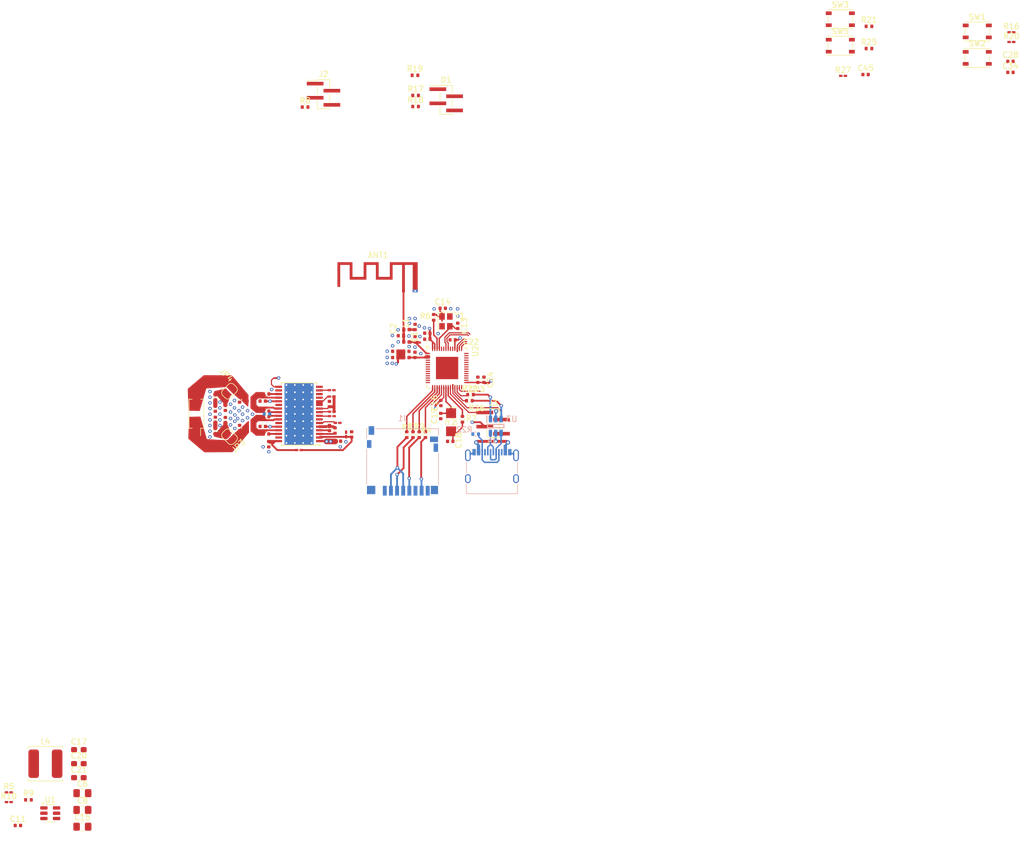
<source format=kicad_pcb>
(kicad_pcb (version 20240108) (generator "pcbnew") (generator_version "8.0")
  (layers (0 "F.Cu" signal) (1 "In1.Cu" signal) (2 "In2.Cu" signal) (31 "B.Cu" signal) (34 "B.Paste" user) (35 "F.Paste" user) (36 "B.SilkS" user "B.Silkscreen") (37 "F.SilkS" user "F.Silkscreen") (38 "B.Mask" user) (39 "F.Mask" user) (44 "Edge.Cuts" user))
  (net 0 "")
  (net 1 "GPIO_45_46")
  (net 2 "Net-(ANT1-Pad1)")
  (net 3 "Net-(C1-Pad2)")
  (net 4 "3V3")
  (net 5 "Net-(U2-LNA_IN)")
  (net 6 "12")
  (net 7 "PWR_GND")
  (net 8 "Net-(C9-Pad2)")
  (net 9 "GND")
  (net 10 "Net-(U2-XTAL_N)")
  (net 11 "Net-(C14-Pad1)")
  (net 12 "Net-(U1-SW)")
  (net 13 "Net-(U1-VBST)")
  (net 14 "VBAT")
  (net 15 "Net-(C18-Pad1)")
  (net 16 "Net-(U2-XTAL_32K_P)")
  (net 17 "Net-(IC1-ANA_REG)")
  (net 18 "Net-(IC1-ANA_REF)")
  (net 19 "Net-(IC1-VCOM)")
  (net 20 "BT_L")
  (net 21 "Net-(IC1-SPK_OUTB+)")
  (net 22 "Net-(IC1-BSTRPB-)")
  (net 23 "Net-(IC1-GVDD_REG)")
  (net 24 "Net-(IC1-SPK_OUTA+)")
  (net 25 "Net-(IC1-BSTRPA+)")
  (net 26 "Net-(IC1-BSTRPB+)")
  (net 27 "Net-(IC1-BSTRPA-)")
  (net 28 "BT_R")
  (net 29 "8V")
  (net 30 "Net-(C43-Pad2)")
  (net 31 "Net-(C44-Pad1)")
  (net 32 "Net-(D1-BK)")
  (net 33 "Net-(D1-GK)")
  (net 34 "Net-(D1-RK)")
  (net 35 "Net-(IC1-PBTL{slash}SCL)")
  (net 36 "SDIN")
  (net 37 "AUDIO_MUTE")
  (net 38 "AUDIO_FAULT")
  (net 39 "AUDIO_CLK")
  (net 40 "AUDIO_EN")
  (net 41 "Net-(IC1-SPK_GAIN0)")
  (net 42 "Net-(IC1-FREQ{slash}SDA)")
  (net 43 "Net-(IC1-SCLK)")
  (net 44 "LRCK")
  (net 45 "RX0")
  (net 46 "TX0")
  (net 47 "Display_SCL")
  (net 48 "Display_SDA")
  (net 49 "Net-(JP3-A)")
  (net 50 "Net-(JP4-B)")
  (net 51 "Net-(U2-GPIO10)")
  (net 52 "uCHIP_SCK")
  (net 53 "Net-(U2-GPIO12)")
  (net 54 "uCHIP_DI")
  (net 55 "Net-(U2-GPIO11)")
  (net 56 "uCHIP_DO")
  (net 57 "Net-(U2-GPIO13)")
  (net 58 "Net-(U1-EN)")
  (net 59 "Net-(U2-XTAL_P)")
  (net 60 "Net-(U2-XTAL_32K_N)")
  (net 61 "Net-(U2-U0TXD)")
  (net 62 "Net-(U1-VFB)")
  (net 63 "I2C_DATA_IN")
  (net 64 "I2C_CLK")
  (net 65 "LED_R")
  (net 66 "LED_G")
  (net 67 "LED_B")
  (net 68 "BOOT")
  (net 69 "JTAG")
  (net 70 "EN")
  (net 79 "+5V")
  (net 87 "/D-")
  (net 89 "/CC1")
  (net 90 "/D+")
  (net 92 "USB_DN")
  (net 93 "Net-(U2-GPIO19{slash}USB_D-)")
  (net 94 "Net-(U2-GPIO20{slash}USB_D+)")
  (net 95 "USB_DP")
  (net 97 "Net-(JP3-B)")
  (net 98 "Net-(JP4-A)")
  (net 99 "Net-(IC1-SFT_CLIP)")
  (footprint "Capacitor_SMD:C_0402_1005Metric" (layer "F.Cu") (at 140.973 81.0514 -90)
    (property "Reference" "C13")
    (property "Value" "10pF")
  )
  (footprint "Resistor_SMD:R_0402_1005Metric" (layer "F.Cu") (at 132.9436 100.582001 -90)
    (property "Reference" "R3")
    (property "Value" "49.9K")
  )
  (footprint "Resistor_SMD:R_0402_1005Metric" (layer "F.Cu") (at 136.655 79.5274 -90)
    (property "Reference" "R6")
    (property "Value" "0R")
  )
  (footprint "Capacitor_SMD:C_0402_1005Metric" (layer "F.Cu") (at 133.3206 83.4896 -90)
    (property "Reference" "C4" (hide yes))
    (property "Value" "TBD" (hide yes))
  )
  (footprint "Inductor_SMD:L_0402_1005Metric" (layer "F.Cu") (at 131.7728 83.947)
    (property "Reference" "L2" (hide yes))
    (property "Value" "TBD" (hide yes))
  )
  (footprint "Resistor_SMD:R_0201_0603Metric_Pad0.64x0.40mm_HandSolder" (layer "F.Cu") (at 240.2475 28.375)
    (property "Reference" "R16")
    (property "Value" "10K")
  )
  (footprint "Capacitor_SMD:C_0402_1005Metric" (layer "F.Cu") (at 99.301633 95.751761 -90)
    (property "Reference" "C41" (hide yes))
    (property "Value" "1nF" (hide yes))
  )
  (footprint "Package_SO:HTSSOP-32-1EP_6.1x11mm_P0.65mm_EP5.2x11mm_Mask4.11x4.36mm_ThermalVias" (layer "F.Cu") (at 112.51 96.866399 180)
    (property "Reference" "IC1" (hide yes))
    (property "Value" "TAS5760LDAPR")
  )
  (footprint "Capacitor_SMD:C_0402_1005Metric" (layer "F.Cu") (at 101.848631 99.384361 -90)
    (property "Reference" "C35" (hide yes))
    (property "Value" "470nF" (hide yes))
  )
  (footprint "Jumper:SolderJumper-2_P1.3mm_Open_RoundedPad1.0x1.5mm" (layer "F.Cu") (at 100.04523 92.777761 -135)
    (property "Reference" "JP4")
    (property "Value" "SolderJumper_2_Open" (hide yes))
  )
  (footprint "Capacitor_SMD:C_0402_1005Metric" (layer "F.Cu") (at 137.922 97.2312 90)
    (property "Reference" "C19")
    (property "Value" "TBD")
  )
  (footprint "Resistor_SMD:R_0201_0603Metric_Pad0.64x0.40mm_HandSolder" (layer "F.Cu") (at 210.0675 36.2)
    (property "Reference" "R27")
    (property "Value" "10K")
  )
  (footprint "Inductor_SMD:L_0402_1005Metric" (layer "F.Cu") (at 131.7752 81.7118)
    (property "Reference" "L1")
    (property "Value" "TBD")
  )
  (footprint "Capacitor_SMD:C_0805_2012Metric_Pad1.18x1.45mm_HandSolder" (layer "F.Cu") (at 73.6625 167.91)
    (property "Reference" "C8")
    (property "Value" "10uF")
  )
  (footprint "Inductor_SMD:L_0402_1005Metric" (layer "F.Cu") (at 103.68663 94.541761 180)
    (property "Reference" "L6" (hide yes))
    (property "Value" "10uH" (hide yes))
  )
  (footprint "Capacitor_SMD:C_0402_1005Metric" (layer "F.Cu") (at 144.5768 90.7314 -90)
    (property "Reference" "C23")
    (property "Value" "0.1uF")
  )
  (footprint "Resistor_SMD:R_0201_0603Metric_Pad0.64x0.40mm_HandSolder" (layer "F.Cu") (at 112.49123 103.344161 180)
    (property "Reference" "R30" (hide yes))
    (property "Value" "10K" (hide yes))
  )
  (footprint "Capacitor_SMD:C_0402_1005Metric" (layer "F.Cu") (at 135.51969 82.3722 180)
    (property "Reference" "C10" (hide yes))
    (property "Value" "1uF" (hide yes))
  )
  (footprint "Resistor_SMD:R_0201_0603Metric_Pad0.64x0.40mm_HandSolder" (layer "F.Cu") (at 118.384732 96.460761)
    (property "Reference" "R12" (hide yes))
    (property "Value" "10K" (hide yes))
  )
  (footprint "Capacitor_SMD:C_0402_1005Metric" (layer "F.Cu") (at 119.48724 101.745123 180)
    (property "Reference" "C42" (hide yes))
    (property "Value" "1uF" (hide yes))
  )
  (footprint "Resistor_SMD:R_0402_1005Metric" (layer "F.Cu") (at 141.8082 97.8154 90)
    (property "Reference" "R7")
    (property "Value" "TBD")
  )
  (footprint "Capacitor_SMD:C_0402_1005Metric" (layer "F.Cu") (at 107.081031 102.30276 90)
    (property "Reference" "C30" (hide yes))
    (property "Value" "1uF" (hide yes))
  )
  (footprint "Capacitor_SMD:C_0402_1005Metric" (layer "F.Cu") (at 101.848631 94.27636 -90)
    (property "Reference" "C36" (hide yes))
    (property "Value" "470nF" (hide yes))
  )
  (footprint "Resistor_SMD:R_0402_1005Metric" (layer "F.Cu") (at 113.6 41.8)
    (property "Reference" "R8")
    (property "Value" "499R")
  )
  (footprint "Capacitor_SMD:C_0402_1005Metric" (layer "F.Cu") (at 138.2806 77.9018)
    (property "Reference" "C14")
    (property "Value" "10pF")
  )
  (footprint "Resistor_SMD:R_0402_1005Metric" (layer "F.Cu") (at 131.826 100.582001 -90)
    (property "Reference" "R1")
    (property "Value" "49.9K")
  )
  (footprint "Capacitor_SMD:C_0402_1005Metric" (layer "F.Cu") (at 131.75 85.6234)
    (property "Reference" "C3" (hide yes))
    (property "Value" "1uF" (hide yes))
  )
  (footprint "Capacitor_SMD:C_0402_1005Metric" (layer "F.Cu") (at 121.945 100.5414 90)
    (property "Reference" "C46" (hide yes))
    (property "Value" "1uF" (hide yes))
  )
  (footprint "Resistor_SMD:R_0201_0603Metric_Pad0.64x0.40mm_HandSolder" (layer "F.Cu") (at 118.384732 97.260759)
    (property "Reference" "R14" (hide yes))
    (property "Value" "R" (hide yes))
  )
  (footprint "Capacitor_SMD:C_0805_2012Metric_Pad1.18x1.45mm_HandSolder" (layer "F.Cu") (at 73.6625 170.92)
    (property "Reference" "C15")
    (property "Value" "100nF")
  )
  (footprint "Capacitor_SMD:C_0402_1005Metric" (layer "F.Cu") (at 106.001631 94.55176)
    (property "Reference" "C39" (hide yes))
    (property "Value" "100nF" (hide yes))
  )
  (footprint "Connector_PinSocket_2.54mm:PinSocket_2x01_P2.54mm_Vertical_SMD" (layer "F.Cu") (at 94.10163 96.821761 -90)
    (property "Reference" "LS1" (hide yes))
    (property "Value" "4R" (hide yes))
  )
  (footprint "Capacitor_SMD:C_0402_1005Metric" (layer "F.Cu") (at 106.621631 97.35176 180)
    (property "Reference" "C33" (hide yes))
    (property "Value" "220nF" (hide yes))
  )
  (footprint "Package_TO_SOT_SMD:SOT-23-6" (layer "F.Cu") (at 67.9 168.5)
    (property "Reference" "U1")
    (property "Value" "TPS563200")
  )
  (footprint "Capacitor_SMD:C_0402_1005Metric" (layer "F.Cu") (at 139.6238 101.7778 180)
    (property "Reference" "C18")
    (property "Value" "TBD")
  )
  (footprint "Capacitor_SMD:C_0402_1005Metric" (layer "F.Cu") (at 106.621632 96.35176)
    (property "Reference" "C29" (hide yes))
    (property "Value" "220nF" (hide yes))
  )
  (footprint "Capacitor_SMD:C_0402_1005Metric" (layer "F.Cu") (at 130.7846 82.8294)
    (property "Reference" "C2")
    (property "Value" "TBD")
  )
  (footprint "Resistor_SMD:R_0402_1005Metric" (layer "F.Cu") (at 135.1788 100.582001 -90)
    (property "Reference" "R4")
    (property "Value" "49.9K")
  )
  (footprint "Capacitor_SMD:C_0402_1005Metric" (layer "F.Cu") (at 99.301633 97.971761 -90)
    (property "Reference" "C40" (hide yes))
    (property "Value" "1nF" (hide yes))
  )
  (footprint "Capacitor_SMD:C_0805_2012Metric_Pad1.18x1.45mm_HandSolder" (layer "F.Cu") (at 73.6625 164.9)
    (property "Reference" "C6")
    (property "Value" "10uF")
  )
  (footprint "Capacitor_SMD:C_0402_1005Metric" (layer "F.Cu") (at 118.956231 99.84156 90)
    (property "Reference" "C26" (hide yes))
    (property "Value" "1uF" (hide yes))
  )
  (footprint "Resistor_SMD:R_0402_1005Metric" (layer "F.Cu") (at 143.257999 93.3958)
    (property "Reference" "R28")
    (property "Value" "0R")
  )
  (footprint "RF_Antenna:Texas_SWRA117D_2.4GHz_Left" (layer "F.Cu") (at 131.2418 74.78)
    (property "Reference" "ANT1")
    (property "Value" "PCB_ANT")
  )
  (footprint "Capacitor_SMD:C_0402_1005Metric" (layer "F.Cu") (at 145.669 90.7314 -90)
    (property "Reference" "C24")
    (property "Value" "1uF")
  )
  (footprint "Resistor_SMD:R_0402_1005Metric" (layer "F.Cu") (at 143.054799 94.488)
    (property "Reference" "R26")
    (property "Value" "0R")
  )
  (footprint "Resistor_SMD:R_0402_1005Metric" (layer "F.Cu") (at 97.501631 99.921761 90)
    (property "Reference" "R23" (hide yes))
    (property "Value" "3.3R" (hide yes))
  )
  (footprint "Capacitor_SMD:C_0402_1005Metric" (layer "F.Cu") (at 129.7738 86.741 180)
    (property "Reference" "C5" (hide yes))
    (property "Value" "10nF" (hide yes))
  )
  (footprint "Resistor_SMD:R_0402_1005Metric" (layer "F.Cu") (at 214.71 31.3)
    (property "Reference" "R25")
    (property "Value" "1K")
  )
  (footprint "Resistor_SMD:R_0402_1005Metric" (layer "F.Cu") (at 63.99 166.1)
    (property "Reference" "R9")
    (property "Value" "33.2K")
  )
  (footprint "Capacitor_SMD:C_0402_1005Metric" (layer "F.Cu") (at 140.0556 83.566)
    (property "Reference" "C22")
    (property "Value" "0.1uF")
  )
  (footprint "Capacitor_SMD:C_0402_1005Metric" (layer "F.Cu") (at 129.7712 85.6234)
    (property "Reference" "C7" (hide yes))
    (property "Value" "0.1uF" (hide yes))
  )
  (footprint "Resistor_SMD:R_0201_0603Metric_Pad0.64x0.40mm_HandSolder" (layer "F.Cu") (at 118.359731 93.74296)
    (property "Reference" "R13" (hide yes))
    (property "Value" "10K" (hide yes))
  )
  (footprint "Resistor_SMD:R_0201_0603Metric_Pad0.64x0.40mm_HandSolder" (layer "F.Cu") (at 119.425431 98.467361 180)
    (property "Reference" "R11" (hide yes))
    (property "Value" "10K" (hide yes))
  )
  (footprint "Capacitor_SMD:C_0603_1608Metric_Pad1.08x0.95mm_HandSolder" (layer "F.Cu") (at 73.0325 157.1)
    (property "Reference" "C17")
    (property "Value" "22uF")
  )
  (footprint "Capacitor_SMD:C_0603_1608Metric_Pad1.08x0.95mm_HandSolder" (layer "F.Cu") (at 73.0325 162.12)
    (property "Reference" "C21")
    (property "Value" "22uF")
  )
  (footprint "Resistor_SMD:R_0201_0603Metric_Pad0.64x0.40mm_HandSolder" (layer "F.Cu") (at 60.4675 166.5)
    (property "Reference" "R10")
    (property "Value" "10K")
  )
  (footprint "Capacitor_SMD:C_0402_1005Metric" (layer "F.Cu") (at 240.075 33.605)
    (property "Reference" "C28")
    (property "Value" "100nF")
  )
  (footprint "Capacitor_SMD:C_0402_1005Metric" (layer "F.Cu") (at 117.952232 95.089161 90)
    (property "Reference" "C25" (hide yes))
    (property "Value" "1uF" (hide yes))
  )
  (footprint "Capacitor_SMD:C_0402_1005Metric" (layer "F.Cu") (at 117.96563 99.38216 90)
    (property "Reference" "C27" (hide yes))
    (property "Value" "1uF" (hide yes))
  )
  (footprint "Resistor_SMD:R_0201_0603Metric_Pad0.64x0.40mm_HandSolder" (layer "F.Cu") (at 240.2475 30.125)
    (property "Reference" "R20")
    (property "Value" "10K")
  )
  (footprint "Capacitor_SMD:C_0402_1005Metric" (layer "F.Cu") (at 106.001632 99.101761)
    (property "Reference" "C37" (hide yes))
    (property "Value" "100nF" (hide yes))
  )
  (footprint "Resistor_SMD:R_0402_1005Metric" (layer "F.Cu") (at 133.41 39.715)
    (property "Reference" "R17")
    (property "Value" "560R")
  )
  (footprint "Capacitor_SMD:C_0603_1608Metric_Pad1.08x0.95mm_HandSolder" (layer "F.Cu") (at 73.0325 159.61)
    (property "Reference" "C20")
    (property "Value" "22uF")
  )
  (footprint "Inductor_SMD:L_TDK_VLS6045EX_VLS6045AF" (layer "F.Cu") (at 67.0325 159.62)
    (property "Reference" "L4")
    (property "Value" "2.2uH")
  )
  (footprint "Resistor_SMD:R_0402_1005Metric" (layer "F.Cu") (at 133.41 41.705)
    (property "Reference" "R18")
    (property "Value" "560R")
  )
  (footprint "Capacitor_SMD:C_0402_1005Metric" (layer "F.Cu") (at 133.3246 81.257201 -90)
    (property "Reference" "C1")
    (property "Value" "TBD")
  )
  (footprint "Capacitor_SMD:C_0402_1005Metric" (layer "F.Cu") (at 137.9474 94.8918 90)
    (property "Reference" "C16")
    (property "Value" "0.1uF")
  )
  (footprint "Package_DFN_QFN:QFN-56-1EP_7x7mm_P0.4mm_EP4x4mm" (layer "F.Cu") (at 139.05929 88.619593)
    (property "Reference" "U2")
    (property "Value" "ESP32-S3")
  )
  (footprint "Capacitor_SMD:C_0402_1005Metric" (layer "F.Cu") (at 135.51969 83.457793 180)
    (property "Reference" "C12" (hide yes))
    (property "Value" "10nF" (hide yes))
  )
  (footprint "Button_Switch_SMD:SW_SPST_PTS810" (layer "F.Cu") (at 234.125 28.225)
    (property "Reference" "SW1")
    (property "Value" "SW_Push")
  )
  (footprint "Capacitor_SMD:C_0402_1005Metric" (layer "F.Cu") (at 106.601631 100.45176 180)
    (property "Reference" "C31" (hide yes))
    (property "Value" "220nF" (hide yes))
  )
  (footprint "Capacitor_SMD:C_0402_1005Metric" (layer "F.Cu") (at 106.623832 93.28576)
    (property "Reference" "C32" (hide yes))
    (property "Value" "220nF" (hide yes))
  )
  (footprint "Capacitor_SMD:C_0402_1005Metric" (layer "F.Cu") (at 97.501631 97.921758 -90)
    (property "Reference" "C43" (hide yes))
    (property "Value" "10nF" (hide yes))
  )
  (footprint "Inductor_SMD:L_0402_1005Metric" (layer "F.Cu") (at 131.7474 86.741)
    (property "Reference" "L3" (hide yes))
    (property "Value" "2.0nH (0.1nH)" (hide yes))
  )
  (footprint "Connector_PinHeader_1.27mm:PinHeader_1x04_P1.27mm_Vertical_SMD_Pin1Left" (layer "F.Cu") (at 116.9 39.5)
    (property "Reference" "J2")
    (property "Value" "Conn_01x04")
  )
  (footprint "Resistor_SMD:R_0201_0603Metric_Pad0.64x0.40mm_HandSolder" (layer "F.Cu") (at 118.359331 92.599961)
    (property "Reference" "R15" (hide yes))
    (property "Value" "R" (hide yes))
  )
  (footprint "Connector_PinHeader_1.27mm:PinHeader_1x04_P1.27mm_Vertical_SMD_Pin1Left" (layer "F.Cu") (at 138.9 40.5)
    (property "Reference" "D1")
    (property "Value" "LED_ARGB")
  )
  (footprint "Capacitor_SMD:C_0402_1005Metric" (layer "F.Cu") (at 97.501631 95.901759 -90)
    (property "Reference" "C44" (hide yes))
    (property "Value" "10nF" (hide yes))
  )
  (footprint "Resistor_SMD:R_0402_1005Metric" (layer "F.Cu") (at 97.501631 93.88176 90)
    (property "Reference" "R24" (hide yes))
    (property "Value" "3.3R" (hide yes))
  )
  (footprint "Resistor_SMD:R_0201_0603Metric_Pad0.64x0.40mm_HandSolder" (layer "F.Cu") (at 60.4675 164.75)
    (property "Reference" "R5")
    (property "Value" "10K")
  )
  (footprint "Resistor_SMD:R_0402_1005Metric" (layer "F.Cu") (at 214.71 27.32)
    (property "Reference" "R21")
    (property "Value" "1K")
  )
  (footprint "Crystal:Crystal_SMD_MicroCrystal_CC7V-T1A-2Pin_3.2x1.5mm_HandSoldering" (layer "F.Cu") (at 139.7762 98.348201 -90)
    (property "Reference" "Y2")
    (property "Value" "ABS07-166-32.768KHZ-T")
  )
  (footprint "Button_Switch_SMD:SW_SPST_PTS810" (layer "F.Cu") (at 209.57 30.79)
    (property "Reference" "SW5")
    (property "Value" "SW_Push")
  )
  (footprint "Capacitor_SMD:C_0402_1005Metric" (layer "F.Cu") (at 214.1 35.97)
    (property "Reference" "C45")
    (property "Value" "100nF")
  )
  (footprint "Capacitor_SMD:C_0402_1005Metric" (layer "F.Cu") (at 133.2966 86.261 -90)
    (property "Reference" "C9" (hide yes))
    (property "Value" "0.1uF" (hide yes))
  )
  (footprint "Button_Switch_SMD:SW_SPST_PTS810" (layer "F.Cu") (at 209.57 26.04)
    (property "Reference" "SW3")
    (property "Value" "SW_Push")
  )
  (footprint "Inductor_SMD:L_0402_1005Metric" (layer "F.Cu") (at 103.686631 99.12176 180)
    (property "Reference" "L5" (hide yes))
    (property "Value" "10uH" (hide yes))
  )
  (footprint "Resistor_SMD:R_0201_0603Metric_Pad0.64x0.40mm_HandSolder" (layer "F.Cu") (at 120.945 100.5414 90)
    (property "Reference" "R29" (hide yes))
    (property "Value" "47R" (hide yes))
  )
  (footprint "Jumper:SolderJumper-2_P1.3mm_Open_RoundedPad1.0x1.5mm" (layer "F.Cu") (at 100.04523 100.956561 -45)
    (property "Reference" "JP3")
    (property "Value" "SolderJumper_2_Open" (hide yes))
  )
  (footprint "Crystal:Crystal_SMD_2520-4Pin_2.5x2.0mm" (layer "F.Cu") (at 138.8506 80.2526 -90)
    (property "Reference" "Y1")
    (property "Value" "ECS-400-10-36B2-CKM-TR")
  )
  (footprint "Button_Switch_SMD:SW_SPST_PTS810" (layer "F.Cu") (at 234.125 32.975)
    (property "Reference" "SW2")
    (property "Value" "SW_Push")
  )
  (footprint "Connector_PinHeader_1.27mm:PinHeader_1x04_P1.27mm_Vertical_SMD_Pin1Left" (layer "F.Cu") (at 147.3186 98.5012)
    (property "Reference" "J3")
    (property "Value" "Conn_01x04")
  )
  (footprint "Resistor_SMD:R_0402_1005Metric" (layer "F.Cu") (at 133.3 36.1)
    (property "Reference" "R19")
    (property "Value" "560R")
  )
  (footprint "Capacitor_SMD:C_0402_1005Metric" (layer "F.Cu") (at 62.1 170.7)
    (property "Reference" "C11")
    (property "Value" "0.1uF")
  )
  (footprint "Resistor_SMD:R_0402_1005Metric" (layer "F.Cu") (at 134.0612 100.582001 -90)
    (property "Reference" "R2")
    (property "Value" "49.9K")
  )
  (footprint "Capacitor_SMD:C_0402_1005Metric" (layer "F.Cu") (at 240.075 35.575)
    (property "Reference" "C34")
    (property "Value" "100nF")
  )
  (footprint "Capacitor_SMD:C_0402_1005Metric" (layer "B.Cu") (at 106.781631 96.851762)
    (property "Reference" "C38" (hide yes))
    (property "Value" "470uF" (hide yes))
  )
  (footprint "Connector_Card:microSD_HC_Hirose_DM3D-SF" (layer "B.Cu") (at 131.064 105.283 180)
    (property "Reference" "J1")
    (property "Value" "798-DM3D-SF")
  )
  (footprint "" (layer "B.Cu") (at 148.732 100.2826 180)
    (property "Reference" "")
    (property "Value" "")
  )
  (footprint "SamacSys_Parts:SOT95P280X145-6N" (layer "B.Cu") (at 147.782 99.0326 -90)
    (property "Reference" "U3")
    (property "Value" "USBLC6-2SC6" (hide yes))
  )
  (footprint "Connector_USB:USB_C_Receptacle_XKB_U262-16XN-4BVC11" (layer "B.Cu") (at 147.1046 107.3942 180)
    (property "Reference" "J4")
    (property "Value" "USB-C")
  )
  (footprint "Resistor_SMD:R_0402_1005Metric" (layer "B.Cu") (at 144.1856 100.4798 180)
    (property "Reference" "R22")
    (property "Value" "5K1")
  )
  (gr_poly (pts (xy 115.666231 94.73356) (xy 116.656831 94.73356) (xy 116.65683 95.08916) (xy 115.666231 95.089159)) (stroke (width 0.2)) (fill solid) (layer "F.Cu") (net 41))
  (gr_poly (pts (xy 103.423431 98.238762) (xy 102.331231 99.280162) (xy 101.010431 100.346961) (xy 99.689631 101.71856) (xy 95.905031 101.464561) (xy 94.736631 97.425961) (xy 92.882431 97.476761) (xy 92.75543 101.261361) (xy 95.574832 103.648961) (xy 100.527831 103.623561) (xy 103.448832 100.169161)) (stroke (width 0.2)) (fill solid) (layer "F.Cu") (net 97))
  (gr_poly (pts (xy 135.8138 83.2104) (xy 135.9408 82.8802) (xy 135.8138 82.5754) (xy 136.1694 82.5754) (xy 136.0678 82.8802) (xy 136.1694 83.2104)) (stroke (width 0.2)) (fill solid) (layer "F.Cu") (net 4))
  (gr_poly (pts (xy 99.384831 101.312159) (xy 97.378232 100.854961) (xy 97.860831 100.14376) (xy 98.876831 98.97536) (xy 99.689631 98.975361) (xy 100.019831 100.01676)) (stroke (width 0.2)) (fill solid) (layer "F.Cu") (net 49))
  (gr_poly (pts (xy 130.4342 85.852) (xy 130.3072 86.2076) (xy 130.4342 86.563199) (xy 130.078599 86.5632) (xy 130.1802 86.2076) (xy 130.0786 85.852)) (stroke (width 0.2)) (fill solid) (layer "F.Cu") (net 4))
  (gr_poly (pts (xy 131.0894 82.5754) (xy 131.2164 82.2452) (xy 131.0894 81.9404) (xy 131.445 81.9404) (xy 131.3434 82.2452) (xy 131.445 82.5754)) (stroke (width 0.2)) (fill solid) (layer "F.Cu") (net 2))
  (gr_poly (pts (xy 131.0894 83.693) (xy 131.2164 83.3628) (xy 131.0894 83.058) (xy 131.445 83.058) (xy 131.3434 83.3628) (xy 131.445 83.693)) (stroke (width 0.2)) (fill solid) (layer "F.Cu") (net 2))
  (gr_poly (pts (xy 133.096 81.915) (xy 132.7658 81.788) (xy 132.461 81.915) (xy 132.461 81.5594) (xy 132.7658 81.661) (xy 133.096 81.5594)) (stroke (width 0.2)) (fill solid) (layer "F.Cu") (net 3))
  (gr_poly (pts (xy 106.928631 95.647961) (xy 106.014231 96.58776) (xy 104.845831 96.587759) (xy 103.906031 95.800361) (xy 103.90603 93.84456) (xy 104.820431 93.031761) (xy 106.039631 93.031761) (xy 106.903231 93.94616) (xy 106.649231 93.946159) (xy 105.17603 93.946161) (xy 104.769632 94.352561) (xy 104.769631 95.266961) (xy 105.20143 95.647961) (xy 106.623832 95.647959)) (stroke (width 0.2)) (fill solid) (layer "F.Cu") (net 21))
  (gr_poly (pts (xy 130.0734 85.3948) (xy 131.445 85.3948) (xy 131.445 86.9696) (xy 130.048 86.9696)) (stroke (width 0.2)) (fill solid) (layer "F.Cu") (net 4))
  (gr_poly (pts (xy 134.2644 84.1502) (xy 133.5024 84.1502) (xy 133.5024 83.7946) (xy 134.2898 83.9978)) (stroke (width 0.2)) (fill solid) (layer "F.Cu") (net 5))
  (gr_poly (pts (xy 108.27483 101.845561) (xy 107.665232 102.40436) (xy 107.182631 101.97256) (xy 106.877831 101.642361) (xy 108.274831 101.642361)) (stroke (width 0.2)) (fill solid) (layer "F.Cu") (net 23))
  (gr_poly (pts (xy 106.928631 99.73736) (xy 106.014231 100.677161) (xy 104.845831 100.67716) (xy 103.906031 99.88976) (xy 103.906031 97.933961) (xy 104.820431 97.12116) (xy 106.03963 97.121159) (xy 106.903231 98.035561) (xy 106.649232 98.035561) (xy 105.176031 98.03556) (xy 104.769631 98.441961) (xy 104.769631 99.35636) (xy 105.201431 99.73736) (xy 106.623831 99.73736)) (stroke (width 0.2)) (fill solid) (layer "F.Cu") (net 24))
  (gr_poly (pts (xy 99.401126 92.400261) (xy 97.394526 92.85746) (xy 97.877127 93.568661) (xy 98.893127 94.73706) (xy 99.705926 94.737058) (xy 100.036126 93.69566)) (stroke (width 0.2)) (fill solid) (layer "F.Cu") (net 50))
  (gr_poly (pts (xy 103.321831 95.419361) (xy 102.229631 94.377961) (xy 100.908831 93.311161) (xy 99.588031 91.93956) (xy 95.803431 92.193561) (xy 94.635031 96.23216) (xy 92.780831 96.181361) (xy 92.653831 92.39676) (xy 95.473231 90.00916) (xy 100.426231 90.034561) (xy 103.34723 93.488961)) (stroke (width 0.2)) (fill solid) (layer "F.Cu") (net 98))
  (gr_poly (pts (xy 131.445 85.852) (xy 131.318 86.1822) (xy 131.445 86.487) (xy 131.0894 86.487) (xy 131.190999 86.1822) (xy 131.0894 85.852)) (stroke (width 0.2)) (fill solid) (layer "F.Cu") (net 4))
  (segment (start 131.2926 81.7094) (end 131.2902 81.7118) (width 0.32512) (layer "F.Cu") (net 2))
  (segment (start 131.2418 81.6634) (end 131.2902 81.7118) (width 0.32512) (layer "F.Cu") (net 2))
  (segment (start 131.2418 74.78) (end 131.2418 81.6634) (width 0.32512) (layer "F.Cu") (net 2))
  (segment (start 131.2878 81.7142) (end 131.2902 81.7118) (width 0.32512) (layer "F.Cu") (net 2))
  (segment (start 131.2878 83.947) (end 131.2878 81.7142) (width 0.32512) (layer "F.Cu") (net 2))
  (arc (start 131.226479 83.9724) (mid 131.259666 83.965798) (end 131.2878 83.947) (width 0.32512) (layer "F.Cu") (net 2))
  (segment (start 132.2602 81.7118) (end 133.299199 81.7118) (width 0.32512) (layer "F.Cu") (net 3))
  (segment (start 133.299199 81.7118) (end 133.3246 81.737201) (width 0.32512) (layer "F.Cu") (net 3))
  (segment (start 130.2538 86.741) (end 130.2538 85.626) (width 0.2032) (layer "F.Cu") (net 4))
  (segment (start 118.769431 95.569161) (end 117.95223 95.569161) (width 0.508) (layer "F.Cu") (net 4))
  (segment (start 135.99969 83.457793) (end 135.99969 82.457792) (width 0.381) (layer "F.Cu") (net 4))
  (segment (start 129.9516 87.884) (end 130.2538 87.581799) (width 0.381) (layer "F.Cu") (net 4))
  (segment (start 145.824 91.313) (end 145.8214 91.3156) (width 0.381) (layer "F.Cu") (net 4))
  (segment (start 135.9916 82.36411) (end 135.99969 82.3722) (width 0.381) (layer "F.Cu") (net 4))
  (segment (start 145.669 91.2114) (end 142.517483 91.2114) (width 0.254) (layer "F.Cu") (net 4))
  (segment (start 135.99969 83.457793) (end 136.85289 84.310993) (width 0.254) (layer "F.Cu") (net 4))
  (segment (start 118.792231 93.76796) (end 118.767232 93.742959) (width 0.508) (layer "F.Cu") (net 4))
  (segment (start 146.5326 91.313) (end 145.824 91.313) (width 0.381) (layer "F.Cu") (net 4))
  (segment (start 136.85289 84.310993) (end 136.85289 85.169594) (width 0.254) (layer "F.Cu") (net 4))
  (segment (start 118.792231 95.546361) (end 118.769431 95.569161) (width 0.508) (layer "F.Cu") (net 4))
  (segment (start 145.725393 91.219593) (end 145.8214 91.3156) (width 0.254) (layer "F.Cu") (net 4))
  (segment (start 130.1496 102.7684) (end 131.826 101.092) (width 0.32512) (layer "F.Cu") (net 4))
  (segment (start 136.45929 85.169593) (end 136.45929 83.917393) (width 0.254) (layer "F.Cu") (net 4))
  (segment (start 142.517483 91.2114) (end 142.50929 91.219593) (width 0.254) (layer "F.Cu") (net 4))
  (segment (start 141.392774 83.226774) (end 141.053548 83.566) (width 0.32512) (layer "F.Cu") (net 4))
  (segment (start 140.45929 85.169593) (end 140.45929 83.40829) (width 0.254) (layer "F.Cu") (net 4))
  (segment (start 135.9662 82.33871) (end 135.99969 82.3722) (width 0.32512) (layer "F.Cu") (net 4))
  (segment (start 118.792231 95.546361) (end 118.792231 93.76796) (width 0.508) (layer "F.Cu") (net 4))
  (segment (start 130.2538 87.581799) (end 130.2538 86.741) (width 0.381) (layer "F.Cu") (net 4))
  (segment (start 145.0312 98.3488) (end 145.8186 99.1362) (width 0.32512) (layer "F.Cu") (net 4))
  (segment (start 131.2624 85.631) (end 131.27 85.6234) (width 0.2032) (layer "F.Cu") (net 4))
  (segment (start 143.5608 98.3488) (end 145.0312 98.3488) (width 0.32512) (layer "F.Cu") (net 4))
  (segment (start 135.9662 81.5848) (end 135.9662 82.33871) (width 0.32512) (layer "F.Cu") (net 4))
  (segment (start 130.2538 86.741) (end 130.2538 86.8654) (width 0.2032) (layer "F.Cu") (net 4))
  (segment (start 130.2538 85.626) (end 130.2512 85.6234) (width 0.2032) (layer "F.Cu") (net 4))
  (segment (start 116.16 95.891398) (end 117.629993 95.891398) (width 0.2032) (layer "F.Cu") (net 4))
  (segment (start 117.629993 95.891398) (end 117.95223 95.569161) (width 0.2032) (layer "F.Cu") (net 4))
  (segment (start 140.45929 83.40829) (end 140.4392 83.3882) (width 0.254) (layer "F.Cu") (net 4))
  (segment (start 141.053548 83.566) (end 140.5356 83.566) (width 0.32512) (layer "F.Cu") (net 4))
  (segment (start 146.939 90.9066) (end 146.5326 91.313) (width 0.381) (layer "F.Cu") (net 4))
  (segment (start 130.1496 106.5276) (end 130.1496 102.7684) (width 0.32512) (layer "F.Cu") (net 4))
  (segment (start 131.2624 86.741) (end 131.2624 85.631) (width 0.2032) (layer "F.Cu") (net 4))
  (segment (start 118.792232 96.460761) (end 118.792231 95.546361) (width 0.508) (layer "F.Cu") (net 4))
  (segment (start 136.45929 83.917393) (end 135.99969 83.457793) (width 0.254) (layer "F.Cu") (net 4))
  (segment (start 135.9154 81.534) (end 135.9662 81.5848) (width 0.32512) (layer "F.Cu") (net 4))
  (via (at 129.9516 87.884) (size 0.6096) (drill 0.3048) (layers "F.Cu" "B.Cu") (net 4))
  (via (at 130.1496 106.5276) (size 0.6096) (drill 0.3048) (layers "F.Cu" "B.Cu") (net 4))
  (via (at 135.9154 81.534) (size 0.6096) (drill 0.3048) (layers "F.Cu" "B.Cu") (net 4))
  (via (at 143.5608 98.3488) (size 0.6096) (drill 0.3048) (layers "F.Cu" "B.Cu") (net 4))
  (via (at 141.392774 83.226774) (size 0.6096) (drill 0.3048) (layers "F.Cu" "B.Cu") (net 4))
  (via (at 146.939 90.9066) (size 0.6096) (drill 0.3048) (layers "F.Cu" "B.Cu") (net 4))
  (segment (start 128.989 107.6882) (end 130.1496 106.5276) (width 0.32512) (layer "B.Cu") (net 4))
  (segment (start 128.989 110.633) (end 128.989 107.6882) (width 0.32512) (layer "B.Cu") (net 4))
  (segment (start 131.189 107.567) (end 130.1496 106.5276) (width 0.32512) (layer "B.Cu") (net 4))
  (segment (start 131.189 110.633) (end 131.189 107.567) (width 0.32512) (layer "B.Cu") (net 4))
  (segment (start 132.508021 84.072385) (end 132.564967 84.074233) (width 0.32512) (layer "F.Cu") (net 5))
  (segment (start 135.355633 86.004633) (end 135.60929 86.004633) (width 0.32512) (layer "F.Cu") (net 5))
  (segment (start 132.2578 83.947) (end 132.29938 83.985953) (width 0.32512) (layer "F.Cu") (net 5))
  (segment (start 133.3206 83.9696) (end 135.355633 86.004633) (width 0.32512) (layer "F.Cu") (net 5))
  (segment (start 132.2578 83.947) (end 133.266039 83.947) (width 0.32512) (layer "F.Cu") (net 5))
  (segment (start 132.29938 83.985953) (end 132.398012 84.042902) (width 0.32512) (layer "F.Cu") (net 5))
  (segment (start 132.398012 84.042902) (end 132.508021 84.072385) (width 0.32512) (layer "F.Cu") (net 5))
  (arc (start 133.266039 83.947) (mid 133.295567 83.952874) (end 133.3206 83.9696) (width 0.32512) (layer "F.Cu") (net 5))
  (segment (start 135.60929 86.819593) (end 135.104993 86.819593) (width 0.2032) (layer "F.Cu") (net 8))
  (segment (start 135.104993 86.819593) (end 135.0264 86.741) (width 0.2032) (layer "F.Cu") (net 8))
  (segment (start 132.2046 86.741) (end 132.2044 86.7412) (width 0.32512) (layer "F.Cu") (net 8))
  (segment (start 135.285247 86.482153) (end 135.609291 86.482153) (width 0.32512) (layer "F.Cu") (net 8))
  (segment (start 133.2966 86.741) (end 132.2046 86.741) (width 0.32512) (layer "F.Cu") (net 8))
  (segment (start 135.60929 86.819593) (end 135.60929 86.421193) (width 0.2032) (layer "F.Cu") (net 8))
  (segment (start 133.7818 86.741) (end 135.0264 86.741) (width 0.32512) (layer "F.Cu") (net 8))
  (segment (start 135.0264 86.741) (end 135.285247 86.482153) (width 0.32512) (layer "F.Cu") (net 8))
  (segment (start 133.7818 86.741) (end 133.2966 86.741) (width 0.32512) (layer "F.Cu") (net 8))
  (segment (start 135.128 86.6394) (end 135.8646 86.6394) (width 0.32512) (layer "F.Cu") (net 8))
  (via (at 96.544 98.944599) (size 0.6096) (drill 0.3048) (layers "F.Cu" "B.Cu") (net 9))
  (via (at 107.085 103.643599) (size 0.6096) (drill 0.3048) (layers "F.Cu" "B.Cu") (net 9))
  (via (at 98.322 95.769599) (size 0.6096) (drill 0.3048) (layers "F.Cu" "B.Cu") (net 9))
  (via (at 102.386 96.912599) (size 0.6096) (drill 0.3048) (layers "F.Cu" "B.Cu") (net 9))
  (via (at 102.386 98.055599) (size 0.6096) (drill 0.3048) (layers "F.Cu" "B.Cu") (net 9))
  (via (at 147.852002 96.3676) (size 0.762) (drill 0.381) (layers "F.Cu" "B.Cu") (net 9))
  (via (at 139.7 77.978) (size 0.6096) (drill 0.3048) (layers "F.Cu" "B.Cu") (net 9))
  (via (at 132.3086 79.7306) (size 0.6096) (drill 0.3048) (layers "F.Cu" "B.Cu") (net 9))
  (via (at 133.3246 79.7306) (size 0.6096) (drill 0.3048) (layers "F.Cu" "B.Cu") (net 9))
  (via (at 100.989 99.452599) (size 0.6096) (drill 0.3048) (layers "F.Cu" "B.Cu") (net 9))
  (via (at 132.2578 84.7852) (size 0.6096) (drill 0.3048) (layers "F.Cu" "B.Cu") (net 9))
  (via (at 140.97 79.3242) (size 0.6096) (drill 0.3048) (layers "F.Cu" "B.Cu") (net 9))
  (via (at 103.275 96.277599) (size 0.6096) (drill 0.3048) (layers "F.Cu" "B.Cu") (net 9))
  (via (at 103.275 97.547599) (size 0.6096) (drill 0.3048) (layers "F.Cu" "B.Cu") (net 9))
  (via (at 132.3086 80.6196) (size 0.6096) (drill 0.3048) (layers "F.Cu" "B.Cu") (net 9))
  (via (at 98.322001 97.928599) (size 0.6096) (drill 0.3048) (layers "F.Cu" "B.Cu") (net 9))
  (via (at 134.1882 82.9564) (size 0.6096) (drill 0.3048) (layers "F.Cu" "B.Cu") (net 9))
  (via (at 102.386 95.642598) (size 0.6096) (drill 0.3048) (layers "F.Cu" "B.Cu") (net 9))
  (via (at 135.001 81.407) (size 0.6096) (drill 0.3048) (layers "F.Cu" "B.Cu") (net 9))
  (via (at 134.3406 86.0298) (size 0.6096) (drill 0.3048) (layers "F.Cu" "B.Cu") (net 9))
  (via (at 128.3208 87.7824) (size 0.6096) (drill 0.3048) (layers "F.Cu" "B.Cu") (net 9))
  (via (at 98.322001 94.753599) (size 0.6096) (drill 0.3048) (layers "F.Cu" "B.Cu") (net 9))
  (via (at 130.302 83.9216) (size 0.6096) (drill 0.3048) (layers "F.Cu" "B.Cu") (net 9))
  (via (at 100.227 98.817599) (size 0.6096) (drill 0.3048) (layers "F.Cu" "B.Cu") (net 9))
  (via (at 96.544 97.928599) (size 0.6096) (drill 0.3048) (layers "F.Cu" "B.Cu") (net 9))
  (via (at 106.069 102.754599) (size 0.6096) (drill 0.3048) (layers "F.Cu" "B.Cu") (net 9))
  (via (at 104.164 96.912599) (size 0.6096) (drill 0.3048) (layers "F.Cu" "B.Cu") (net 9))
  (via (at 129.286 84.6328) (size 0.6096) (drill 0.3048) (layers "F.Cu" "B.Cu") (net 9))
  (via (at 128.3208 85.598) (size 0.6096) (drill 0.3048) (layers "F.Cu" "B.Cu") (net 9))
  (via (at 96.544 99.960599) (size 0.6096) (drill 0.3048) (layers "F.Cu" "B.Cu") (net 9))
  (via (at 129.2352 87.7824) (size 0.6096) (drill 0.3048) (layers "F.Cu" "B.Cu") (net 9))
  (via (at 96.544 95.896599) (size 0.6096) (drill 0.3048) (layers "F.Cu" "B.Cu") (net 9))
  (via (at 100.988999 98.182599) (size 0.6096) (drill 0.3048) (layers "F.Cu" "B.Cu") (net 9))
  (via (at 100.9382 95.769599) (size 0.6096) (drill 0.3048) (layers "F.Cu" "B.Cu") (net 9))
  (via (at 120.918974 101.85729) (size 0.6096) (drill 0.3048) (layers "F.Cu" "B.Cu") (net 9))
  (via (at 140.9446 78.0034) (size 0.6096) (drill 0.3048) (layers "F.Cu" "B.Cu") (net 9))
  (via (at 98.322 98.944599) (size 0.6096) (drill 0.3048) (layers "F.Cu" "B.Cu") (net 9))
  (via (at 100.9382 94.448799) (size 0.6096) (drill 0.3048) (layers "F.Cu" "B.Cu") (net 9))
  (via (at 136.7282 78.0034) (size 0.6096) (drill 0.3048) (layers "F.Cu" "B.Cu") (net 9))
  (via (at 100.227 97.674599) (size 0.6096) (drill 0.3048) (layers "F.Cu" "B.Cu") (net 9))
  (via (at 100.227 95.1346) (size 0.6096) (drill 0.3048) (layers "F.Cu" "B.Cu") (net 9))
  (via (at 129.2606 82.7786) (size 0.6096) (drill 0.3048) (layers "F.Cu" "B.Cu") (net 9))
  (via (at 100.227 96.531599) (size 0.6096) (drill 0.3048) (layers "F.Cu" "B.Cu") (net 9))
  (via (at 133.2992 84.8868) (size 0.6096) (drill 0.3048) (layers "F.Cu" "B.Cu") (net 9))
  (via (at 98.322 96.912599) (size 0.6096) (drill 0.3048) (layers "F.Cu" "B.Cu") (net 9))
  (via (at 134.0612 81.1022) (size 0.6096) (drill 0.3048) (layers "F.Cu" "B.Cu") (net 9))
  (via (at 137.4648 82.4484) (size 0.6096) (drill 0.3048) (layers "F.Cu" "B.Cu") (net 9))
  (via (at 101.751 96.277599) (size 0.6096) (drill 0.3048) (layers "F.Cu" "B.Cu") (net 9))
  (via (at 96.544 100.976599) (size 0.6096) (drill 0.3048) (layers "F.Cu" "B.Cu") (net 9))
  (via (at 96.544 96.912599) (size 0.6096) (drill 0.3048) (layers "F.Cu" "B.Cu") (net 9))
  (via (at 107.593 92.467599) (size 0.6096) (drill 0.3048) (layers "F.Cu" "B.Cu") (net 9))
  (via (at 101.497 97.674598) (size 0.6096) (drill 0.3048) (layers "F.Cu" "B.Cu") (net 9))
  (via (at 132.2324 82.8802) (size 0.6096) (drill 0.3048) (layers "F.Cu" "B.Cu") (net 9))
  (via (at 96.544 92.848599) (size 0.6096) (drill 0.3048) (layers "F.Cu" "B.Cu") (net 9))
  (via (at 100.988999 97.039599) (size 0.6096) (drill 0.3048) (layers "F.Cu" "B.Cu") (net 9))
  (via (at 130.2766 81.7626) (size 0.6096) (drill 0.3048) (layers "F.Cu" "B.Cu") (net 9))
  (via (at 96.544 93.864599) (size 0.6096) (drill 0.3048) (layers "F.Cu" "B.Cu") (net 9))
  (via (at 128.3208 86.7156) (size 0.6096) (drill 0.3048) (layers "F.Cu" "B.Cu") (net 9))
  (via (at 119.912 102.754599) (size 0.6096) (drill 0.3048) (layers "F.Cu" "B.Cu") (net 9))
  (via (at 96.544 94.880599) (size 0.6096) (drill 0.3048) (layers "F.Cu" "B.Cu") (net 9))
  (segment (start 150.857 103.9876) (end 151.422 104.5526) (width 0.3048) (layer "B.Cu") (net 9))
  (segment (start 143.347 103.9876) (end 142.782 104.5526) (width 0.3048) (layer "B.Cu") (net 9))
  (segment (start 147.852002 96.3676) (end 147.782 96.437602) (width 0.32512) (layer "B.Cu") (net 9))
  (segment (start 150.152 103.9876) (end 150.857 103.9876) (width 0.3048) (layer "B.Cu") (net 9))
  (segment (start 147.782 96.437602) (end 147.782 97.7826) (width 0.32512) (layer "B.Cu") (net 9))
  (segment (start 143.752 103.9876) (end 143.347 103.9876) (width 0.3048) (layer "B.Cu") (net 9))
  (segment (start 140.541963 81.5314) (end 140.138163 81.1276) (width 0.254) (layer "F.Cu") (net 10))
  (segment (start 140.973 81.5314) (end 140.541963 81.5314) (width 0.254) (layer "F.Cu") (net 10))
  (segment (start 140.138163 81.1276) (end 139.5506 81.1276) (width 0.254) (layer "F.Cu") (net 10))
  (segment (start 139.5506 81.412549) (end 137.66569 83.297459) (width 0.254) (layer "F.Cu") (net 10))
  (segment (start 137.66569 83.297459) (end 137.66569 85.169593) (width 0.254) (layer "F.Cu") (net 10))
  (segment (start 138.1506 78.790037) (end 137.8006 78.440037) (width 0.254) (layer "F.Cu") (net 11))
  (segment (start 138.1506 80.1904) (end 138.1506 79.602837) (width 0.254) (layer "F.Cu") (net 11))
  (segment (start 137.8006 78.440037) (end 137.8006 77.9018) (width 0.254) (layer "F.Cu") (net 11))
  (segment (start 136.655 79.017401) (end 137.077964 79.017401) (width 0.254) (layer "F.Cu") (net 11))
  (segment (start 137.077964 79.017401) (end 137.438163 79.3776) (width 0.254) (layer "F.Cu") (net 11))
  (segment (start 137.438163 79.3776) (end 138.1506 79.3776) (width 0.254) (layer "F.Cu") (net 11))
  (segment (start 138.45929 93.89991) (end 137.9474 94.4118) (width 0.2032) (layer "F.Cu") (net 14))
  (segment (start 137.910596 94.4118) (end 137.9474 94.4118) (width 0.381) (layer "F.Cu") (net 14))
  (segment (start 138.45929 92.069592) (end 138.45929 93.89991) (width 0.2032) (layer "F.Cu") (net 14))
  (segment (start 137.0076 95.8342) (end 137.0076 95.314796) (width 0.381) (layer "F.Cu") (net 14))
  (segment (start 137.0076 95.314796) (end 137.910596 94.4118) (width 0.381) (layer "F.Cu") (net 14))
  (via (at 137.0076 95.8342) (size 0.6096) (drill 0.3048) (layers "F.Cu" "B.Cu") (net 14))
  (segment (start 140.1038 101.7778) (end 140.1038 100.300802) (width 0.254) (layer "F.Cu") (net 15))
  (segment (start 140.4874 100.5586) (end 140.361598 100.5586) (width 0.254) (layer "F.Cu") (net 15))
  (segment (start 140.1038 100.300802) (end 139.7762 99.973202) (width 0.254) (layer "F.Cu") (net 15))
  (segment (start 141.8082 98.325399) (end 141.8082 99.2378) (width 0.254) (layer "F.Cu") (net 15))
  (segment (start 141.8082 99.2378) (end 140.4874 100.5586) (width 0.254) (layer "F.Cu") (net 15))
  (segment (start 140.361598 100.5586) (end 139.7762 99.973202) (width 0.254) (layer "F.Cu") (net 15))
  (segment (start 138.85289 94.63149) (end 138.85289 92.069593) (width 0.254) (layer "F.Cu") (net 16))
  (segment (start 139.7762 95.5548) (end 139.7762 95.7834) (width 0.254) (layer "F.Cu") (net 16))
  (segment (start 139.7762 95.5548) (end 138.85289 94.63149) (width 0.254) (layer "F.Cu") (net 16))
  (segment (start 139.7762 96.7232) (end 139.7762 95.7834) (width 0.254) (layer "F.Cu") (net 16))
  (segment (start 138.8084 96.7512) (end 139.7762 95.7834) (width 0.254) (layer "F.Cu") (net 16))
  (segment (start 137.922 96.7512) (end 138.8084 96.7512) (width 0.254) (layer "F.Cu") (net 16))
  (segment (start 116.173427 100.44696) (end 118.822966 100.44696) (width 0.3048) (layer "F.Cu") (net 17))
  (segment (start 118.86663 100.446961) (end 118.951432 100.36216) (width 0.3048) (layer "F.Cu") (net 17))
  (segment (start 116.16 100.441399) (end 116.173427 100.44696) (width 0.3048) (layer "F.Cu") (net 17))
  (segment (start 118.822966 100.44696) (end 118.836392 100.441397) (width 0.3048) (layer "F.Cu") (net 17))
  (segment (start 118.836392 100.441397) (end 118.956231 100.321561) (width 0.3048) (layer "F.Cu") (net 17))
  (segment (start 116.16 99.141399) (end 118.424713 99.141398) (width 0.508) (layer "F.Cu") (net 18))
  (segment (start 117.807394 98.996198) (end 117.90143 98.902161) (width 0.3048) (layer "F.Cu") (net 18))
  (segment (start 117.90143 98.902161) (end 118.03143 99.03216) (width 0.3048) (layer "F.Cu") (net 18))
  (arc (start 118.424713 99.141398) (mid 118.712367 99.198617) (end 118.956231 99.36156) (width 0.508) (layer "F.Cu") (net 18))
  (segment (start 117.894868 99.791399) (end 117.96563 99.862161) (width 0.3048) (layer "F.Cu") (net 19))
  (segment (start 116.16 99.791398) (end 117.894868 99.791399) (width 0.3048) (layer "F.Cu") (net 19))
  (segment (start 117.830669 99.791399) (end 117.901431 99.862161) (width 0.3048) (layer "F.Cu") (net 19))
  (segment (start 138.05929 93.42883) (end 136.31432 95.1738) (width 0.2032) (layer "F.Cu") (net 20))
  (segment (start 138.05929 92.069593) (end 138.05929 93.42883) (width 0.2032) (layer "F.Cu") (net 20))
  (segment (start 104.541031 95.72416) (end 104.171631 95.35476) (width 0.32512) (layer "F.Cu") (net 21))
  (segment (start 108.112278 95.8914) (end 108.86 95.891398) (width 0.32512) (layer "F.Cu") (net 21))
  (segment (start 104.18543 94.02236) (end 104.171631 94.02236) (width 0.32512) (layer "F.Cu") (net 21))
  (segment (start 106.143831 93.285761) (end 104.922031 93.285761) (width 0.32512) (layer "F.Cu") (net 21))
  (segment (start 108.845401 93.9268) (end 104.267191 93.9268) (width 0.32512) (layer "F.Cu") (net 21))
  (segment (start 104.267191 93.9268) (end 104.171631 94.02236) (width 0.32512) (layer "F.Cu") (net 21))
  (segment (start 105.168631 96.35176) (end 104.541031 95.72416) (width 0.32512) (layer "F.Cu") (net 21))
  (segment (start 107.945039 95.724161) (end 108.112278 95.8914) (width 0.32512) (layer "F.Cu") (net 21))
  (segment (start 108.86 93.941398) (end 108.845401 93.9268) (width 0.32512) (layer "F.Cu") (net 21))
  (segment (start 106.141632 96.351759) (end 105.168631 96.35176) (width 0.32512) (layer "F.Cu") (net 21))
  (segment (start 104.541031 95.72416) (end 107.945039 95.724161) (width 0.32512) (layer "F.Cu") (net 21))
  (segment (start 104.171631 94.02236) (end 104.171631 94.541761) (width 0.32512) (layer "F.Cu") (net 21))
  (segment (start 104.171631 95.35476) (end 104.171631 94.541761) (width 0.32512) (layer "F.Cu") (net 21))
  (segment (start 104.922031 93.285761) (end 104.18543 94.02236) (width 0.32512) (layer "F.Cu") (net 21))
  (segment (start 107.212468 96.541398) (end 108.86 96.541399) (width 0.32512) (layer "F.Cu") (net 22))
  (segment (start 107.030231 96.359161) (end 107.212468 96.541398) (width 0.32512) (layer "F.Cu") (net 22))
  (segment (start 107.037632 96.351759) (end 107.030231 96.359161) (width 0.32512) (layer "F.Cu") (net 22))
  (segment (start 107.101631 96.35176) (end 107.037632 96.351759) (width 0.32512) (layer "F.Cu") (net 22))
  (segment (start 112.08373 103.344161) (end 108.602431 103.344162) (width 0.32512) (layer "F.Cu") (net 23))
  (segment (start 107.22163 101.751759) (end 107.101631 101.871758) (width 0.2) (layer "F.Cu") (net 23))
  (segment (start 107.101631 101.895626) (end 107.101631 101.871758) (width 0.2) (layer "F.Cu") (net 23))
  (segment (start 108.602431 103.344162) (end 107.081031 101.822761) (width 0.32512) (layer "F.Cu") (net 23))
  (segment (start 107.231992 101.741398) (end 107.101631 101.871758) (width 0.2) (layer "F.Cu") (net 23))
  (segment (start 108.86 101.741399) (end 107.231992 101.741398) (width 0.2) (layer "F.Cu") (net 23))
  (segment (start 104.841268 99.791399) (end 104.727631 99.677761) (width 0.32512) (layer "F.Cu") (net 24))
  (segment (start 105.501631 100.451761) (end 104.727631 99.677761) (width 0.32512) (layer "F.Cu") (net 24))
  (segment (start 107.952953 97.976438) (end 104.939109 97.976439) (width 0.32512) (layer "F.Cu") (net 24))
  (segment (start 108.087993 97.841399) (end 107.952953 97.976438) (width 0.32512) (layer "F.Cu") (net 24))
  (segment (start 106.121631 100.45176) (end 105.501631 100.451761) (width 0.32512) (layer "F.Cu") (net 24))
  (segment (start 108.86 99.791399) (end 104.841268 99.791399) (width 0.32512) (layer "F.Cu") (net 24))
  (segment (start 104.171631 99.121761) (end 104.171631 98.73516) (width 0.32512) (layer "F.Cu") (net 24))
  (segment (start 105.555031 97.35176) (end 106.141631 97.351761) (width 0.32512) (layer "F.Cu") (net 24))
  (segment (start 104.939109 97.976439) (end 104.934731 97.972061) (width 0.32512) (layer "F.Cu") (net 24))
  (segment (start 104.171631 98.73516) (end 104.934731 97.972061) (width 0.32512) (layer "F.Cu") (net 24))
  (segment (start 104.934731 97.972061) (end 105.555031 97.35176) (width 0.32512) (layer "F.Cu") (net 24))
  (segment (start 104.727631 99.677761) (end 104.171631 99.121761) (width 0.32512) (layer "F.Cu") (net 24))
  (segment (start 108.86 97.841399) (end 108.087993 97.841399) (width 0.32512) (layer "F.Cu") (net 24))
  (segment (start 107.091994 100.441397) (end 107.081632 100.451759) (width 0.32512) (layer "F.Cu") (net 25))
  (segment (start 108.86 100.441398) (end 107.091994 100.441397) (width 0.32512) (layer "F.Cu") (net 25))
  (segment (start 108.86 93.291399) (end 107.109468 93.291397) (width 0.32512) (layer "F.Cu") (net 26))
  (segment (start 107.109468 93.291397) (end 107.103831 93.285761) (width 0.32512) (layer "F.Cu") (net 26))
  (segment (start 107.101631 97.351761) (end 107.261993 97.191399) (width 0.32512) (layer "F.Cu") (net 27))
  (segment (start 107.261993 97.191399) (end 108.86 97.191398) (width 0.32512) (layer "F.Cu") (net 27))
  (segment (start 141.25929 92.500899) (end 141.544591 92.7862) (width 0.2032) (layer "F.Cu") (net 28))
  (segment (start 141.544591 92.7862) (end 145.0848 92.7862) (width 0.2032) (layer "F.Cu") (net 28))
  (segment (start 141.25929 92.069592) (end 141.25929 92.500899) (width 0.2032) (layer "F.Cu") (net 28))
  (segment (start 116.169239 101.732159) (end 116.16 101.741398) (width 0.381) (layer "F.Cu") (net 29))
  (segment (start 117.469631 101.79476) (end 119.007239 101.79476) (width 1.016) (layer "F.Cu") (net 29))
  (segment (start 108.86 99.141398) (end 106.521269 99.141398) (width 0.32512) (layer "F.Cu") (net 29))
  (segment (start 118.945001 101.73216) (end 116.169239 101.732159) (width 0.381) (layer "F.Cu") (net 29))
  (segment (start 106.521269 99.141398) (end 106.481631 99.101761) (width 0.32512) (layer "F.Cu") (net 29))
  (segment (start 117.469269 101.795122) (end 117.469631 101.79476) (width 1.016) (layer "F.Cu") (net 29))
  (segment (start 108.86 94.591399) (end 106.521269 94.591399) (width 0.32512) (layer "F.Cu") (net 29))
  (segment (start 106.521269 94.591399) (end 106.48163 94.55176) (width 0.32512) (layer "F.Cu") (net 29))
  (via (at 107.309631 94.58116) (size 0.6096) (drill 0.3048) (layers "F.Cu" "B.Cu") (net 29))
  (via (at 117.469269 101.795122) (size 0.6096) (drill 0.3048) (layers "F.Cu" "B.Cu") (net 29))
  (via (at 118.169269 101.795123) (size 0.6096) (drill 0.3048) (layers "F.Cu" "B.Cu") (net 29))
  (via (at 107.30963 99.153161) (size 0.6096) (drill 0.3048) (layers "F.Cu" "B.Cu") (net 29))
  (segment (start 97.501631 99.411763) (end 97.501631 98.40176) (width 0.762) (layer "F.Cu") (net 30))
  (segment (start 97.501632 94.391759) (end 97.501632 95.421759) (width 0.762) (layer "F.Cu") (net 31))
  (segment (start 116.240638 96.460761) (end 116.16 96.541398) (width 0.2032) (layer "F.Cu") (net 35))
  (segment (start 117.977232 96.460761) (end 116.240638 96.460761) (width 0.2032) (layer "F.Cu") (net 35))
  (segment (start 116.983831 98.267362) (end 116.759793 98.491399) (width 0.2032) (layer "F.Cu") (net 38))
  (segment (start 119.017931 98.467361) (end 118.817932 98.267363) (width 0.2032) (layer "F.Cu") (net 38))
  (segment (start 116.759793 98.491399) (end 116.16 98.491398) (width 0.2032) (layer "F.Cu") (net 38))
  (segment (start 118.817932 98.267363) (end 116.983831 98.267362) (width 0.2032) (layer "F.Cu") (net 38))
  (segment (start 117.952231 93.74296) (end 117.634732 93.742961) (width 0.2032) (layer "F.Cu") (net 41))
  (segment (start 116.16 95.217693) (end 116.16 95.241398) (width 0.2032) (layer "F.Cu") (net 41))
  (segment (start 117.634732 93.742961) (end 116.16 95.217693) (width 0.2032) (layer "F.Cu") (net 41))
  (segment (start 117.977232 97.260759) (end 116.229358 97.260759) (width 0.2032) (layer "F.Cu") (net 42))
  (segment (start 116.229358 97.260759) (end 116.16 97.191399) (width 0.2032) (layer "F.Cu") (net 42))
  (segment (start 116.201438 92.59996) (end 116.16 92.641399) (width 0.2032) (layer "F.Cu") (net 43))
  (segment (start 117.951831 92.599961) (end 116.201438 92.59996) (width 0.2032) (layer "F.Cu") (net 43))
  (segment (start 107.95 90.419399) (end 108.204 90.419399) (width 0.2032) (layer "F.Cu") (net 44))
  (segment (start 108.839 90.419399) (end 108.204 90.419399) (width 0.32512) (layer "F.Cu") (net 44))
  (segment (start 108.86 91.991399) (end 107.998 91.991399) (width 0.2032) (layer "F.Cu") (net 44))
  (segment (start 107.569 91.562399) (end 107.569 90.800398) (width 0.2032) (layer "F.Cu") (net 44))
  (segment (start 107.998 91.991399) (end 107.569 91.562399) (width 0.2032) (layer "F.Cu") (net 44))
  (segment (start 107.569 90.800398) (end 107.95 90.419399) (width 0.2032) (layer "F.Cu") (net 44))
  (via (at 108.839 90.419399) (size 0.6096) (drill 0.3048) (layers "F.Cu" "B.Cu") (net 44))
  (segment (start 108.839 90.419399) (end 108.966 90.292399) (width 0.32512) (layer "B.Cu") (net 44))
  (segment (start 138.686 84.050374) (end 138.686 83.081626) (width 0.2032) (layer "F.Cu") (net 45))
  (segment (start 139.455252 82.312374) (end 142.916774 82.312374) (width 0.2032) (layer "F.Cu") (net 45))
  (segment (start 142.916774 82.312374) (end 143.1544 82.55) (width 0.2032) (layer "F.Cu") (net 45))
  (segment (start 138.85929 84.223664) (end 138.686 84.050374) (width 0.2032) (layer "F.Cu") (net 45))
  (segment (start 138.686 83.081626) (end 139.455252 82.312374) (width 0.2032) (layer "F.Cu") (net 45))
  (segment (start 138.85929 85.169593) (end 138.85929 84.223664) (width 0.2032) (layer "F.Cu") (net 45))
  (segment (start 140.10369 93.174572) (end 140.10369 91.593887) (width 0.2032) (layer "F.Cu") (net 47))
  (segment (start 148.1328 95.7326) (end 148.8186 96.4184) (width 0.2032) (layer "F.Cu") (net 47))
  (segment (start 142.687118 95.758) (end 140.10369 93.174572) (width 0.2032) (layer "F.Cu") (net 47))
  (segment (start 144.7546 95.758) (end 142.687118 95.758) (width 0.2032) (layer "F.Cu") (net 47))
  (segment (start 140.10369 91.593887) (end 140.05929 91.638287) (width 0.2032) (layer "F.Cu") (net 47))
  (segment (start 148.8186 97.8662) (end 148.8186 96.4184) (width 0.2032) (layer "F.Cu") (net 47))
  (segment (start 140.05929 91.638287) (end 140.05929 92.069593) (width 0.2032) (layer "F.Cu") (net 47))
  (segment (start 144.7546 95.758) (end 144.78 95.7326) (width 0.2032) (layer "F.Cu") (net 47))
  (segment (start 144.78 95.7326) (end 148.1328 95.7326) (width 0.2032) (layer "F.Cu") (net 47))
  (segment (start 139.65929 93.30429) (end 142.9512 96.5962) (width 0.2032) (layer "F.Cu") (net 48))
  (segment (start 139.65929 92.069592) (end 139.65929 93.30429) (width 0.2032) (layer "F.Cu") (net 48))
  (segment (start 142.9512 96.5962) (end 145.8186 96.5962) (width 0.2032) (layer "F.Cu") (net 48))
  (segment (start 99.585612 100.496942) (end 97.566814 100.496942) (width 0.762) (layer "F.Cu") (net 49))
  (segment (start 100.09845 100.65418) (end 99.564584 101.188045) (width 0.32512) (layer "F.Cu") (net 49))
  (segment (start 99.301631 98.451761) (end 99.301632 100.212963) (width 0.762) (layer "F.Cu") (net 49))
  (arc (start 97.566814 100.496942) (mid 97.520722 100.477848) (end 97.501631 100.431758) (width 0.762) (layer "F.Cu") (net 49))
  (arc (start 99.301632 100.212963) (mid 99.384808 100.413765) (end 99.585612 100.496942) (width 0.762) (layer "F.Cu") (net 49))
  (segment (start 99.301632 95.271758) (end 99.301631 93.52136) (width 0.762) (layer "F.Cu") (net 50))
  (segment (start 99.585612 93.237379) (end 97.636013 93.23738) (width 0.762) (layer "F.Cu") (net 50))
  (arc (start 99.301631 93.52136) (mid 99.384808 93.320555) (end 99.585612 93.237379) (width 0.762) (layer "F.Cu") (net 50))
  (arc (start 97.636013 93.23738) (mid 97.540991 93.276739) (end 97.501631 93.371763) (width 0.762) (layer "F.Cu") (net 50))
  (segment (start 131.826 97.3074) (end 136.45929 92.67411) (width 0.254) (layer "F.Cu") (net 51))
  (segment (start 131.826 100.072002) (end 131.826 97.3074) (width 0.254) (layer "F.Cu") (net 51))
  (segment (start 136.45929 92.67411) (end 136.45929 92.069593) (width 0.254) (layer "F.Cu") (net 51))
  (segment (start 134.0612 101.092) (end 132.2578 102.8954) (width 0.32512) (layer "F.Cu") (net 52))
  (segment (start 132.2578 102.8954) (end 132.2578 108.413) (width 0.32512) (layer "F.Cu") (net 52))
  (segment (start 132.2578 108.413) (end 132.2676 108.4228) (width 0.32512) (layer "F.Cu") (net 52))
  (via (at 132.2676 108.4228) (size 0.6096) (drill 0.3048) (layers "F.Cu" "B.Cu") (net 52))
  (segment (start 132.2832 110.6232) (end 132.2832 108.4072) (width 0.32512) (layer "B.Cu") (net 52))
  (segment (start 134.0612 100.072002) (end 134.0612 96.257067) (width 0.254) (layer "F.Cu") (net 53))
  (segment (start 137.27209 92.082393) (end 137.25929 92.069593) (width 0.254) (layer "F.Cu") (net 53))
  (segment (start 137.27209 93.046177) (end 137.27209 92.082393) (width 0.254) (layer "F.Cu") (net 53))
  (segment (start 134.0612 96.257067) (end 137.27209 93.046177) (width 0.254) (layer "F.Cu") (net 53))
  (segment (start 131.2672 102.87) (end 132.9436 101.1936) (width 0.32512) (layer "F.Cu") (net 54))
  (segment (start 132.9436 101.1936) (end 132.9436 101.092) (width 0.32512) (layer "F.Cu") (net 54))
  (segment (start 130.0988 107.7468) (end 131.2672 106.5784) (width 0.32512) (layer "F.Cu") (net 54))
  (segment (start 131.2672 106.5784) (end 131.2672 102.87) (width 0.32512) (layer "F.Cu") (net 54))
  (via (at 130.0988 107.7468) (size 0.6096) (drill 0.3048) (layers "F.Cu" "B.Cu") (net 54))
  (segment (start 130.089 108.417) (end 130.089 110.633) (width 0.32512) (layer "B.Cu") (net 54))
  (segment (start 130.0988 107.7468) (end 130.0988 108.4072) (width 0.32512) (layer "B.Cu") (net 54))
  (segment (start 130.0988 108.4072) (end 130.089 108.417) (width 0.32512) (layer "B.Cu") (net 54))
  (segment (start 132.9436 96.799931) (end 136.86569 92.877841) (width 0.254) (layer "F.Cu") (net 55))
  (segment (start 132.9436 100.072002) (end 133.1214 100.072002) (width 0.254) (layer "F.Cu") (net 55))
  (segment (start 136.86569 92.877841) (end 136.86569 92.505774) (width 0.254) (layer "F.Cu") (net 55))
  (segment (start 132.9436 100.072002) (end 132.9436 96.799931) (width 0.254) (layer "F.Cu") (net 55))
  (segment (start 134.4168 101.854) (end 134.4168 108.4892) (width 0.32512) (layer "F.Cu") (net 56))
  (segment (start 135.1788 101.092) (end 134.4168 101.854) (width 0.32512) (layer "F.Cu") (net 56))
  (segment (start 134.4168 108.4892) (end 134.452 108.5244) (width 0.32512) (layer "F.Cu") (net 56))
  (via (at 134.452 108.5244) (size 0.6096) (drill 0.3048) (layers "F.Cu" "B.Cu") (net 56))
  (segment (start 134.4676 110.7248) (end 134.4676 108.5088) (width 0.32512) (layer "B.Cu") (net 56))
  (segment (start 135.1788 100.072002) (end 135.1788 95.714203) (width 0.254) (layer "F.Cu") (net 57))
  (segment (start 135.1788 99.8982) (end 135.352602 99.8982) (width 0.254) (layer "F.Cu") (net 57))
  (segment (start 135.1788 95.714203) (end 137.67849 93.214513) (width 0.254) (layer "F.Cu") (net 57))
  (segment (start 137.67849 93.214513) (end 137.67849 92.069593) (width 0.254) (layer "F.Cu") (net 57))
  (segment (start 136.655 80.037399) (end 136.655 82.674437) (width 0.254) (layer "F.Cu") (net 59))
  (segment (start 136.655 82.674437) (end 137.25929 83.278727) (width 0.254) (layer "F.Cu") (net 59))
  (segment (start 137.25929 83.278727) (end 137.25929 85.169593) (width 0.254) (layer "F.Cu") (net 59))
  (segment (start 141.8082 97.305401) (end 141.8082 96.139) (width 0.254) (layer "F.Cu") (net 60))
  (segment (start 141.8082 96.139) (end 139.25929 93.59009) (width 0.254) (layer "F.Cu") (net 60))
  (segment (start 139.25929 93.59009) (end 139.25929 92.069593) (width 0.254) (layer "F.Cu") (net 60))
  (segment (start 142.764374 82.667974) (end 142.9004 82.804) (width 0.2032) (layer "F.Cu") (net 61))
  (segment (start 139.25929 85.169593) (end 139.25929 84.12077) (width 0.2032) (layer "F.Cu") (net 61))
  (segment (start 139.0416 83.22892) (end 139.602546 82.667974) (width 0.2032) (layer "F.Cu") (net 61))
  (segment (start 139.0416 83.90308) (end 139.0416 83.22892) (width 0.2032) (layer "F.Cu") (net 61))
  (segment (start 139.602546 82.667974) (end 142.764374 82.667974) (width 0.2032) (layer "F.Cu") (net 61))
  (segment (start 139.25929 84.12077) (end 139.0416 83.90308) (width 0.2032) (layer "F.Cu") (net 61))
  (segment (start 141.8336 84.582) (end 142.1892 84.2264) (width 0.2032) (layer "F.Cu") (net 65))
  (segment (start 141.65929 84.75631) (end 141.8336 84.582) (width 0.2032) (layer "F.Cu") (net 65))
  (segment (start 142.1892 84.2264) (end 142.5956 84.2264) (width 0.2032) (layer "F.Cu") (net 65))
  (segment (start 141.65929 85.169593) (end 141.65929 84.75631) (width 0.2032) (layer "F.Cu") (net 65))
  (segment (start 142.041906 83.8708) (end 142.5956 83.8708) (width 0.2032) (layer "F.Cu") (net 66))
  (segment (start 141.25929 84.653416) (end 142.041906 83.8708) (width 0.2032) (layer "F.Cu") (net 66))
  (segment (start 141.25929 85.169594) (end 141.25929 84.653416) (width 0.2032) (layer "F.Cu") (net 66))
  (segment (start 140.85929 85.169593) (end 140.85929 85.6009) (width 0.2032) (layer "F.Cu") (net 67))
  (segment (start 140.90369 84.506122) (end 141.945412 83.4644) (width 0.2032) (layer "F.Cu") (net 67))
  (segment (start 140.85929 85.6009) (end 140.90529 85.6469) (width 0.2032) (layer "F.Cu") (net 67))
  (segment (start 141.945412 83.4644) (end 142.5448 83.4644) (width 0.2032) (layer "F.Cu") (net 67))
  (segment (start 140.90529 85.6469) (end 140.90369 85.6453) (width 0.2032) (layer "F.Cu") (net 67))
  (segment (start 140.90369 85.6453) (end 140.90369 84.506122) (width 0.2032) (layer "F.Cu") (net 67))
  (segment (start 147.782 101.7826) (end 149.782 101.7826) (width 0.508) (layer "F.Cu") (net 79))
  (segment (start 147.782 101.7826) (end 144.482 101.7826) (width 0.508) (layer "F.Cu") (net 79))
  (via (at 149.982 101.9826) (size 0.762) (drill 0.381) (layers "F.Cu" "B.Cu") (net 79))
  (via (at 144.282 101.9826) (size 0.762) (drill 0.381) (layers "F.Cu" "B.Cu") (net 79))
  (via (at 147.782 101.7826) (size 0.762) (drill 0.381) (layers "F.Cu" "B.Cu") (net 79))
  (segment (start 149.352 103.9876) (end 149.352 102.6126) (width 0.3048) (layer "B.Cu") (net 79))
  (segment (start 144.852 102.5526) (end 144.282 101.9826) (width 0.3048) (layer "B.Cu") (net 79))
  (segment (start 144.852 103.9876) (end 144.852 102.5526) (width 0.3048) (layer "B.Cu") (net 79))
  (segment (start 149.652 103.9876) (end 149.652 102.3126) (width 0.3048) (layer "B.Cu") (net 79))
  (segment (start 147.782 100.2826) (end 147.782 101.7826) (width 0.3048) (layer "B.Cu") (net 79))
  (segment (start 144.552 102.2526) (end 144.552 103.9876) (width 0.3048) (layer "B.Cu") (net 79))
  (segment (start 149.352 102.6126) (end 149.982 101.9826) (width 0.3048) (layer "B.Cu") (net 79))
  (segment (start 147.852 104.8926) (end 147.852 103.9876) (width 0.254) (layer "B.Cu") (net 87))
  (segment (start 146.852 103.9876) (end 146.852 104.9526) (width 0.254) (layer "B.Cu") (net 87))
  (segment (start 148.732 100.2826) (end 148.732 102.1826) (width 0.254) (layer "B.Cu") (net 87))
  (segment (start 147.662 105.0826) (end 147.852 104.8926) (width 0.254) (layer "B.Cu") (net 87))
  (segment (start 146.982 105.0826) (end 147.662 105.0826) (width 0.254) (layer "B.Cu") (net 87))
  (segment (start 146.8618 104.9614) (end 146.983 105.0826) (width 0.254) (layer "B.Cu") (net 87))
  (segment (start 147.852 103.0626) (end 147.852 103.9876) (width 0.254) (layer "B.Cu") (net 87))
  (segment (start 146.983 105.0826) (end 147.13 105.0826) (width 0.254) (layer "B.Cu") (net 87))
  (segment (start 148.732 102.1826) (end 147.852 103.0626) (width 0.254) (layer "B.Cu") (net 87))
  (segment (start 145.7892 105.5398) (end 145.352 105.1026) (width 0.254) (layer "B.Cu") (net 89))
  (segment (start 148.352 105.2126) (end 148.0248 105.5398) (width 0.254) (layer "B.Cu") (net 89))
  (segment (start 145.352 103.9876) (end 145.352 101.5776) (width 0.254) (layer "B.Cu") (net 89))
  (segment (start 145.352 105.1026) (end 145.352 103.9876) (width 0.254) (layer "B.Cu") (net 89))
  (segment (start 145.352 101.5776) (end 144.742 100.9676) (width 0.254) (layer "B.Cu") (net 89))
  (segment (start 148.0248 105.5398) (end 145.7892 105.5398) (width 0.254) (layer "B.Cu") (net 89))
  (segment (start 144.742 100.9676) (end 144.742 100.4826) (width 0.254) (layer "B.Cu") (net 89))
  (segment (start 148.352 103.9876) (end 148.352 105.2126) (width 0.254) (layer "B.Cu") (net 89))
  (segment (start 146.832 100.2826) (end 146.832 102.0326) (width 0.254) (layer "B.Cu") (net 90))
  (segment (start 146.832 102.3326) (end 146.352 102.8126) (width 0.254) (layer "B.Cu") (net 90))
  (segment (start 146.832 102.0326) (end 146.832 102.3326) (width 0.254) (layer "B.Cu") (net 90))
  (segment (start 147.352 102.8026) (end 146.832 102.2826) (width 0.254) (layer "B.Cu") (net 90))
  (segment (start 146.352 102.8126) (end 146.352 103.9876) (width 0.254) (layer "B.Cu") (net 90))
  (segment (start 147.352 103.9876) (end 147.352 102.8026) (width 0.254) (layer "B.Cu") (net 90))
  (segment (start 147.86356 94.488) (end 143.564798 94.488) (width 0.32512) (layer "F.Cu") (net 92))
  (segment (start 148.77796 95.4024) (end 147.86356 94.488) (width 0.32512) (layer "F.Cu") (net 92))
  (via (at 148.77796 95.4024) (size 0.6096) (drill 0.3048) (layers "F.Cu" "B.Cu") (net 92))
  (segment (start 148.77796 97.73664) (end 148.732 97.7826) (width 0.32512) (layer "B.Cu") (net 92))
  (segment (start 148.77796 95.4024) (end 148.77796 97.73664) (width 0.32512) (layer "B.Cu") (net 92))
  (segment (start 141.920012 94.488) (end 142.5448 94.488) (width 0.2032) (layer "F.Cu") (net 93))
  (segment (start 140.45929 93.027278) (end 141.920012 94.488) (width 0.2032) (layer "F.Cu") (net 93))
  (segment (start 140.45929 92.069593) (end 140.45929 93.027278) (width 0.2032) (layer "F.Cu") (net 93))
  (segment (start 140.85929 92.924384) (end 141.533906 93.599) (width 0.2032) (layer "F.Cu") (net 94))
  (segment (start 141.533906 93.599) (end 142.5448 93.599) (width 0.2032) (layer "F.Cu") (net 94))
  (segment (start 142.5448 93.599) (end 142.748 93.3958) (width 0.2032) (layer "F.Cu") (net 94))
  (segment (start 140.85929 92.069593) (end 140.85929 92.924384) (width 0.2032) (layer "F.Cu") (net 94))
  (segment (start 146.35956 93.3958) (end 143.767998 93.3958) (width 0.32512) (layer "F.Cu") (net 95))
  (segment (start 146.832 93.86824) (end 146.35956 93.3958) (width 0.32512) (layer "F.Cu") (net 95))
  (via (at 146.832 93.86824) (size 0.6096) (drill 0.3048) (layers "F.Cu" "B.Cu") (net 95))
  (segment (start 146.832 93.86824) (end 146.832 97.7826) (width 0.32512) (layer "B.Cu") (net 95))
  (segment (start 100.50485 101.41618) (end 100.434134 101.483513) (width 0.32512) (layer "F.Cu") (net 97))
  (segment (start 94.685831 101.13436) (end 94.576792 101.025322) (width 0.32512) (layer "F.Cu") (net 97))
  (segment (start 100.263125 101.604298) (end 100.191828 101.639894) (width 0.32512) (layer "F.Cu") (net 97))
  (segment (start 101.848631 99.86436) (end 100.651955 101.061038) (width 0.32512) (layer "F.Cu") (net 97))
  (segment (start 100.026551 101.696498) (end 99.971149 101.707057) (width 0.32512) (layer "F.Cu") (net 97))
  (segment (start 100.191828 101.639894) (end 100.098843 101.676261) (width 0.32512) (layer "F.Cu") (net 97))
  (segment (start 99.971149 101.707057) (end 96.068438 101.707055) (width 0.32512) (layer "F.Cu") (net 97))
  (segment (start 100.098843 101.676261) (end 100.026551 101.696498) (width 0.32512) (layer "F.Cu") (net 97))
  (segment (start 102.159613 99.553378) (end 101.848631 99.86436) (width 0.32512) (layer "F.Cu") (net 97))
  (segment (start 94.10163 99.878182) (end 94.101631 99.34176) (width 0.32512) (layer "F.Cu") (net 97))
  (segment (start 100.344158 101.553877) (end 100.263125 101.604298) (width 0.32512) (layer "F.Cu") (net 97))
  (segment (start 100.434134 101.483513) (end 100.344158 101.553877) (width 0.32512) (layer "F.Cu") (net 97))
  (arc (start 100.651955 101.061038) (mid 100.543081 101.223975) (end 100.50485 101.41618) (width 0.32512) (layer "F.Cu") (net 97))
  (arc (start 94.576792 101.025322) (mid 94.225121 100.49901) (end 94.10163 99.878182) (width 0.32512) (layer "F.Cu") (net 97))
  (arc (start 96.068438 101.707055) (mid 95.320177 101.558217) (end 94.685831 101.13436) (width 0.32512) (layer "F.Cu") (net 97))
  (arc (start 103.201631 99.12176) (mid 102.637695 99.233934) (end 102.159613 99.553378) (width 0.32512) (layer "F.Cu") (net 97))
  (segment (start 99.484474 91.826899) (end 96.200923 91.8269) (width 0.32512) (layer "F.Cu") (net 98))
  (segment (start 99.745197 91.863001) (end 99.640455 91.838713) (width 0.32512) (layer "F.Cu") (net 98))
  (segment (start 99.881349 91.907072) (end 99.745197 91.863001) (width 0.32512) (layer "F.Cu") (net 98))
  (segment (start 102.164393 94.112122) (end 101.848631 93.79636) (width 0.32512) (layer "F.Cu") (net 98))
  (segment (start 100.504851 92.318141) (end 100.409917 92.226673) (width 0.32512) (layer "F.Cu") (net 98))
  (segment (start 99.640455 91.838713) (end 99.560697 91.826156) (width 0.32512) (layer "F.Cu") (net 98))
  (segment (start 99.560697 91.826156) (end 99.500374 91.820313) (width 0.32512) (layer "F.Cu") (net 98))
  (segment (start 100.318456 92.15087) (end 100.209542 92.073131) (width 0.32512) (layer "F.Cu") (net 98))
  (segment (start 99.500374 91.820313) (end 99.484474 91.826899) (width 0.32512) (layer "F.Cu") (net 98))
  (segment (start 94.457231 92.549161) (end 94.434053 92.574367) (width 0.32512) (layer "F.Cu") (net 98))
  (segment (start 94.10163 93.376905) (end 94.101632 94.301761) (width 0.32512) (layer "F.Cu") (net 98))
  (segment (start 100.409917 92.226673) (end 100.318456 92.15087) (width 0.32512) (layer "F.Cu") (net 98))
  (segment (start 101.753569 93.56686) (end 100.504851 92.318141) (width 0.32512) (layer "F.Cu") (net 98))
  (segment (start 100.109176 92.012553) (end 99.987038 91.950582) (width 0.32512) (layer "F.Cu") (net 98))
  (segment (start 100.209542 92.073131) (end 100.109176 92.012553) (width 0.32512) (layer "F.Cu") (net 98))
  (segment (start 99.987038 91.950582) (end 99.881349 91.907072) (width 0.32512) (layer "F.Cu") (net 98))
  (arc (start 96.200923 91.8269) (mid 95.257244 92.01461) (end 94.457231 92.549161) (width 0.32512) (layer "F.Cu") (net 98))
  (arc (start 103.201631 94.54176) (mid 102.640282 94.430101) (end 102.164393 94.112122) (width 0.32512) (layer "F.Cu") (net 98))
  (arc (start 101.848631 93.79636) (mid 101.823925 93.672156) (end 101.753569 93.56686) (width 0.32512) (layer "F.Cu") (net 98))
  (arc (start 94.434053 92.574367) (mid 94.188025 92.942575) (end 94.10163 93.376905) (width 0.32512) (layer "F.Cu") (net 98))
  (segment (start 116.279598 100.971801) (end 121.895402 100.971801) (width 0.32512) (layer "F.Cu") (net 99))
  (segment (start 121.945 101.021396) (end 121.945 101.789792) (width 0.32512) (layer "F.Cu") (net 99))
  (segment (start 116.16 101.091398) (end 116.279598 100.971801) (width 0.32512) (layer "F.Cu") (net 99))
  (segment (start 120.390631 103.344161) (end 113.055263 103.34416) (width 0.32512) (layer "F.Cu") (net 99))
  (segment (start 113.055263 103.34416) (end 113.052501 103.341398) (width 0.32512) (layer "F.Cu") (net 99))
  (segment (start 121.945 101.789792) (end 120.390631 103.344161) (width 0.32512) (layer "F.Cu") (net 99))
)
</source>
